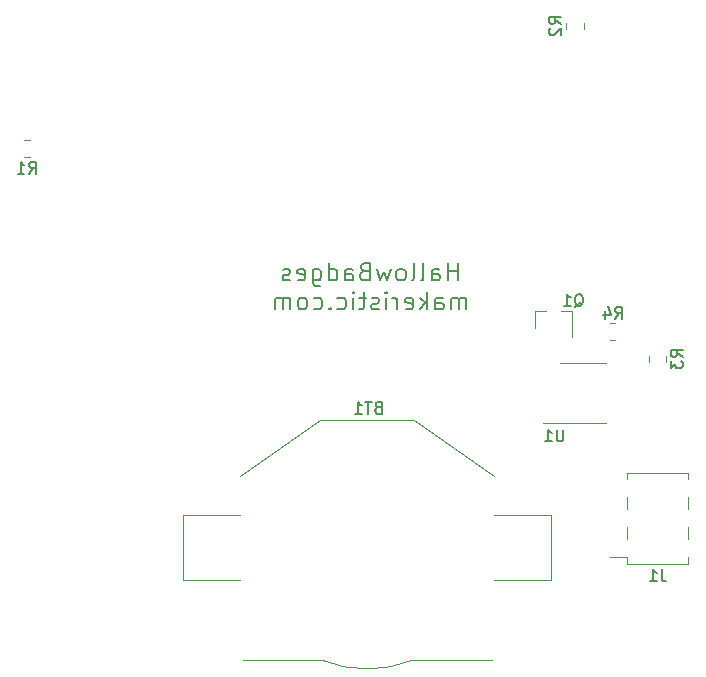
<source format=gbr>
%TF.GenerationSoftware,KiCad,Pcbnew,(5.1.7-0-10_14)*%
%TF.CreationDate,2020-10-21T09:08:44+08:00*%
%TF.ProjectId,HallowBadges,48616c6c-6f77-4426-9164-6765732e6b69,rev?*%
%TF.SameCoordinates,Original*%
%TF.FileFunction,Legend,Bot*%
%TF.FilePolarity,Positive*%
%FSLAX46Y46*%
G04 Gerber Fmt 4.6, Leading zero omitted, Abs format (unit mm)*
G04 Created by KiCad (PCBNEW (5.1.7-0-10_14)) date 2020-10-21 09:08:44*
%MOMM*%
%LPD*%
G01*
G04 APERTURE LIST*
%ADD10C,0.200000*%
%ADD11C,0.120000*%
%ADD12C,0.150000*%
G04 APERTURE END LIST*
D10*
X151292857Y-106953571D02*
X151292857Y-105453571D01*
X151292857Y-106167857D02*
X150435714Y-106167857D01*
X150435714Y-106953571D02*
X150435714Y-105453571D01*
X149078571Y-106953571D02*
X149078571Y-106167857D01*
X149150000Y-106025000D01*
X149292857Y-105953571D01*
X149578571Y-105953571D01*
X149721428Y-106025000D01*
X149078571Y-106882142D02*
X149221428Y-106953571D01*
X149578571Y-106953571D01*
X149721428Y-106882142D01*
X149792857Y-106739285D01*
X149792857Y-106596428D01*
X149721428Y-106453571D01*
X149578571Y-106382142D01*
X149221428Y-106382142D01*
X149078571Y-106310714D01*
X148150000Y-106953571D02*
X148292857Y-106882142D01*
X148364285Y-106739285D01*
X148364285Y-105453571D01*
X147364285Y-106953571D02*
X147507142Y-106882142D01*
X147578571Y-106739285D01*
X147578571Y-105453571D01*
X146578571Y-106953571D02*
X146721428Y-106882142D01*
X146792857Y-106810714D01*
X146864285Y-106667857D01*
X146864285Y-106239285D01*
X146792857Y-106096428D01*
X146721428Y-106025000D01*
X146578571Y-105953571D01*
X146364285Y-105953571D01*
X146221428Y-106025000D01*
X146150000Y-106096428D01*
X146078571Y-106239285D01*
X146078571Y-106667857D01*
X146150000Y-106810714D01*
X146221428Y-106882142D01*
X146364285Y-106953571D01*
X146578571Y-106953571D01*
X145578571Y-105953571D02*
X145292857Y-106953571D01*
X145007142Y-106239285D01*
X144721428Y-106953571D01*
X144435714Y-105953571D01*
X143364285Y-106167857D02*
X143150000Y-106239285D01*
X143078571Y-106310714D01*
X143007142Y-106453571D01*
X143007142Y-106667857D01*
X143078571Y-106810714D01*
X143150000Y-106882142D01*
X143292857Y-106953571D01*
X143864285Y-106953571D01*
X143864285Y-105453571D01*
X143364285Y-105453571D01*
X143221428Y-105525000D01*
X143150000Y-105596428D01*
X143078571Y-105739285D01*
X143078571Y-105882142D01*
X143150000Y-106025000D01*
X143221428Y-106096428D01*
X143364285Y-106167857D01*
X143864285Y-106167857D01*
X141721428Y-106953571D02*
X141721428Y-106167857D01*
X141792857Y-106025000D01*
X141935714Y-105953571D01*
X142221428Y-105953571D01*
X142364285Y-106025000D01*
X141721428Y-106882142D02*
X141864285Y-106953571D01*
X142221428Y-106953571D01*
X142364285Y-106882142D01*
X142435714Y-106739285D01*
X142435714Y-106596428D01*
X142364285Y-106453571D01*
X142221428Y-106382142D01*
X141864285Y-106382142D01*
X141721428Y-106310714D01*
X140364285Y-106953571D02*
X140364285Y-105453571D01*
X140364285Y-106882142D02*
X140507142Y-106953571D01*
X140792857Y-106953571D01*
X140935714Y-106882142D01*
X141007142Y-106810714D01*
X141078571Y-106667857D01*
X141078571Y-106239285D01*
X141007142Y-106096428D01*
X140935714Y-106025000D01*
X140792857Y-105953571D01*
X140507142Y-105953571D01*
X140364285Y-106025000D01*
X139007142Y-105953571D02*
X139007142Y-107167857D01*
X139078571Y-107310714D01*
X139150000Y-107382142D01*
X139292857Y-107453571D01*
X139507142Y-107453571D01*
X139650000Y-107382142D01*
X139007142Y-106882142D02*
X139150000Y-106953571D01*
X139435714Y-106953571D01*
X139578571Y-106882142D01*
X139650000Y-106810714D01*
X139721428Y-106667857D01*
X139721428Y-106239285D01*
X139650000Y-106096428D01*
X139578571Y-106025000D01*
X139435714Y-105953571D01*
X139150000Y-105953571D01*
X139007142Y-106025000D01*
X137721428Y-106882142D02*
X137864285Y-106953571D01*
X138150000Y-106953571D01*
X138292857Y-106882142D01*
X138364285Y-106739285D01*
X138364285Y-106167857D01*
X138292857Y-106025000D01*
X138150000Y-105953571D01*
X137864285Y-105953571D01*
X137721428Y-106025000D01*
X137650000Y-106167857D01*
X137650000Y-106310714D01*
X138364285Y-106453571D01*
X137078571Y-106882142D02*
X136935714Y-106953571D01*
X136650000Y-106953571D01*
X136507142Y-106882142D01*
X136435714Y-106739285D01*
X136435714Y-106667857D01*
X136507142Y-106525000D01*
X136650000Y-106453571D01*
X136864285Y-106453571D01*
X137007142Y-106382142D01*
X137078571Y-106239285D01*
X137078571Y-106167857D01*
X137007142Y-106025000D01*
X136864285Y-105953571D01*
X136650000Y-105953571D01*
X136507142Y-106025000D01*
X152007142Y-109403571D02*
X152007142Y-108403571D01*
X152007142Y-108546428D02*
X151935714Y-108475000D01*
X151792857Y-108403571D01*
X151578571Y-108403571D01*
X151435714Y-108475000D01*
X151364285Y-108617857D01*
X151364285Y-109403571D01*
X151364285Y-108617857D02*
X151292857Y-108475000D01*
X151150000Y-108403571D01*
X150935714Y-108403571D01*
X150792857Y-108475000D01*
X150721428Y-108617857D01*
X150721428Y-109403571D01*
X149364285Y-109403571D02*
X149364285Y-108617857D01*
X149435714Y-108475000D01*
X149578571Y-108403571D01*
X149864285Y-108403571D01*
X150007142Y-108475000D01*
X149364285Y-109332142D02*
X149507142Y-109403571D01*
X149864285Y-109403571D01*
X150007142Y-109332142D01*
X150078571Y-109189285D01*
X150078571Y-109046428D01*
X150007142Y-108903571D01*
X149864285Y-108832142D01*
X149507142Y-108832142D01*
X149364285Y-108760714D01*
X148650000Y-109403571D02*
X148650000Y-107903571D01*
X148507142Y-108832142D02*
X148078571Y-109403571D01*
X148078571Y-108403571D02*
X148650000Y-108975000D01*
X146864285Y-109332142D02*
X147007142Y-109403571D01*
X147292857Y-109403571D01*
X147435714Y-109332142D01*
X147507142Y-109189285D01*
X147507142Y-108617857D01*
X147435714Y-108475000D01*
X147292857Y-108403571D01*
X147007142Y-108403571D01*
X146864285Y-108475000D01*
X146792857Y-108617857D01*
X146792857Y-108760714D01*
X147507142Y-108903571D01*
X146150000Y-109403571D02*
X146150000Y-108403571D01*
X146150000Y-108689285D02*
X146078571Y-108546428D01*
X146007142Y-108475000D01*
X145864285Y-108403571D01*
X145721428Y-108403571D01*
X145221428Y-109403571D02*
X145221428Y-108403571D01*
X145221428Y-107903571D02*
X145292857Y-107975000D01*
X145221428Y-108046428D01*
X145150000Y-107975000D01*
X145221428Y-107903571D01*
X145221428Y-108046428D01*
X144578571Y-109332142D02*
X144435714Y-109403571D01*
X144150000Y-109403571D01*
X144007142Y-109332142D01*
X143935714Y-109189285D01*
X143935714Y-109117857D01*
X144007142Y-108975000D01*
X144150000Y-108903571D01*
X144364285Y-108903571D01*
X144507142Y-108832142D01*
X144578571Y-108689285D01*
X144578571Y-108617857D01*
X144507142Y-108475000D01*
X144364285Y-108403571D01*
X144150000Y-108403571D01*
X144007142Y-108475000D01*
X143507142Y-108403571D02*
X142935714Y-108403571D01*
X143292857Y-107903571D02*
X143292857Y-109189285D01*
X143221428Y-109332142D01*
X143078571Y-109403571D01*
X142935714Y-109403571D01*
X142435714Y-109403571D02*
X142435714Y-108403571D01*
X142435714Y-107903571D02*
X142507142Y-107975000D01*
X142435714Y-108046428D01*
X142364285Y-107975000D01*
X142435714Y-107903571D01*
X142435714Y-108046428D01*
X141078571Y-109332142D02*
X141221428Y-109403571D01*
X141507142Y-109403571D01*
X141650000Y-109332142D01*
X141721428Y-109260714D01*
X141792857Y-109117857D01*
X141792857Y-108689285D01*
X141721428Y-108546428D01*
X141650000Y-108475000D01*
X141507142Y-108403571D01*
X141221428Y-108403571D01*
X141078571Y-108475000D01*
X140435714Y-109260714D02*
X140364285Y-109332142D01*
X140435714Y-109403571D01*
X140507142Y-109332142D01*
X140435714Y-109260714D01*
X140435714Y-109403571D01*
X139078571Y-109332142D02*
X139221428Y-109403571D01*
X139507142Y-109403571D01*
X139650000Y-109332142D01*
X139721428Y-109260714D01*
X139792857Y-109117857D01*
X139792857Y-108689285D01*
X139721428Y-108546428D01*
X139650000Y-108475000D01*
X139507142Y-108403571D01*
X139221428Y-108403571D01*
X139078571Y-108475000D01*
X138221428Y-109403571D02*
X138364285Y-109332142D01*
X138435714Y-109260714D01*
X138507142Y-109117857D01*
X138507142Y-108689285D01*
X138435714Y-108546428D01*
X138364285Y-108475000D01*
X138221428Y-108403571D01*
X138007142Y-108403571D01*
X137864285Y-108475000D01*
X137792857Y-108546428D01*
X137721428Y-108689285D01*
X137721428Y-109117857D01*
X137792857Y-109260714D01*
X137864285Y-109332142D01*
X138007142Y-109403571D01*
X138221428Y-109403571D01*
X137078571Y-109403571D02*
X137078571Y-108403571D01*
X137078571Y-108546428D02*
X137007142Y-108475000D01*
X136864285Y-108403571D01*
X136650000Y-108403571D01*
X136507142Y-108475000D01*
X136435714Y-108617857D01*
X136435714Y-109403571D01*
X136435714Y-108617857D02*
X136364285Y-108475000D01*
X136221428Y-108403571D01*
X136007142Y-108403571D01*
X135864285Y-108475000D01*
X135792857Y-108617857D01*
X135792857Y-109403571D01*
D11*
%TO.C,R1*%
X114572936Y-95065000D02*
X115027064Y-95065000D01*
X114572936Y-96535000D02*
X115027064Y-96535000D01*
%TO.C,BT1*%
X132800000Y-123550000D02*
X139650000Y-118750000D01*
X139650000Y-118750000D02*
X147550000Y-118750000D01*
X147550000Y-118750000D02*
X154350000Y-123550000D01*
X133050000Y-139100000D02*
X139750000Y-139100000D01*
X154150000Y-139100000D02*
X147450000Y-139100000D01*
X132850000Y-132350000D02*
X128050000Y-132350000D01*
X128050000Y-132350000D02*
X128050000Y-126850000D01*
X128050000Y-126850000D02*
X132850000Y-126850000D01*
X154350000Y-126850000D02*
X159150000Y-126850000D01*
X159150000Y-126850000D02*
X159150000Y-132350000D01*
X159150000Y-132350000D02*
X154350000Y-132350000D01*
X139753615Y-139101464D02*
G75*
G03*
X147450000Y-139100000I3846385J9501464D01*
G01*
%TO.C,J1*%
X170800000Y-126340000D02*
X170800000Y-125320000D01*
X165600000Y-126340000D02*
X165600000Y-125320000D01*
X170800000Y-128880000D02*
X170800000Y-127860000D01*
X165600000Y-128880000D02*
X165600000Y-127860000D01*
X170800000Y-123800000D02*
X170800000Y-123230000D01*
X165600000Y-123800000D02*
X165600000Y-123230000D01*
X170800000Y-130970000D02*
X170800000Y-130400000D01*
X165600000Y-130970000D02*
X165600000Y-130400000D01*
X164160000Y-130400000D02*
X165600000Y-130400000D01*
X165600000Y-123230000D02*
X170800000Y-123230000D01*
X165600000Y-130970000D02*
X170800000Y-130970000D01*
%TO.C,Q1*%
X157820000Y-109540000D02*
X157820000Y-111000000D01*
X160980000Y-109540000D02*
X160980000Y-111700000D01*
X160980000Y-109540000D02*
X160050000Y-109540000D01*
X157820000Y-109540000D02*
X158750000Y-109540000D01*
%TO.C,R2*%
X160465000Y-85172936D02*
X160465000Y-85627064D01*
X161935000Y-85172936D02*
X161935000Y-85627064D01*
%TO.C,R3*%
X168935000Y-113372936D02*
X168935000Y-113827064D01*
X167465000Y-113372936D02*
X167465000Y-113827064D01*
%TO.C,R4*%
X164172936Y-112035000D02*
X164627064Y-112035000D01*
X164172936Y-110565000D02*
X164627064Y-110565000D01*
%TO.C,U1*%
X161900000Y-119060000D02*
X158450000Y-119060000D01*
X161900000Y-119060000D02*
X163850000Y-119060000D01*
X161900000Y-113940000D02*
X159950000Y-113940000D01*
X161900000Y-113940000D02*
X163850000Y-113940000D01*
%TO.C,R1*%
D12*
X114966666Y-97902380D02*
X115300000Y-97426190D01*
X115538095Y-97902380D02*
X115538095Y-96902380D01*
X115157142Y-96902380D01*
X115061904Y-96950000D01*
X115014285Y-96997619D01*
X114966666Y-97092857D01*
X114966666Y-97235714D01*
X115014285Y-97330952D01*
X115061904Y-97378571D01*
X115157142Y-97426190D01*
X115538095Y-97426190D01*
X114014285Y-97902380D02*
X114585714Y-97902380D01*
X114300000Y-97902380D02*
X114300000Y-96902380D01*
X114395238Y-97045238D01*
X114490476Y-97140476D01*
X114585714Y-97188095D01*
%TO.C,BT1*%
X144513664Y-117699290D02*
X144370807Y-117746909D01*
X144323188Y-117794528D01*
X144275569Y-117889766D01*
X144275569Y-118032623D01*
X144323188Y-118127861D01*
X144370807Y-118175480D01*
X144466045Y-118223099D01*
X144846997Y-118223099D01*
X144846997Y-117223099D01*
X144513664Y-117223099D01*
X144418426Y-117270719D01*
X144370807Y-117318338D01*
X144323188Y-117413576D01*
X144323188Y-117508814D01*
X144370807Y-117604052D01*
X144418426Y-117651671D01*
X144513664Y-117699290D01*
X144846997Y-117699290D01*
X143989854Y-117223099D02*
X143418426Y-117223099D01*
X143704140Y-118223099D02*
X143704140Y-117223099D01*
X142561283Y-118223099D02*
X143132711Y-118223099D01*
X142846997Y-118223099D02*
X142846997Y-117223099D01*
X142942235Y-117365957D01*
X143037473Y-117461195D01*
X143132711Y-117508814D01*
%TO.C,J1*%
X168533333Y-131422380D02*
X168533333Y-132136666D01*
X168580952Y-132279523D01*
X168676190Y-132374761D01*
X168819047Y-132422380D01*
X168914285Y-132422380D01*
X167533333Y-132422380D02*
X168104761Y-132422380D01*
X167819047Y-132422380D02*
X167819047Y-131422380D01*
X167914285Y-131565238D01*
X168009523Y-131660476D01*
X168104761Y-131708095D01*
%TO.C,Q1*%
X161158938Y-109196619D02*
X161254176Y-109149000D01*
X161349414Y-109053761D01*
X161492271Y-108910904D01*
X161587509Y-108863285D01*
X161682747Y-108863285D01*
X161635128Y-109101380D02*
X161730366Y-109053761D01*
X161825604Y-108958523D01*
X161873223Y-108768047D01*
X161873223Y-108434714D01*
X161825604Y-108244238D01*
X161730366Y-108149000D01*
X161635128Y-108101380D01*
X161444652Y-108101380D01*
X161349414Y-108149000D01*
X161254176Y-108244238D01*
X161206557Y-108434714D01*
X161206557Y-108768047D01*
X161254176Y-108958523D01*
X161349414Y-109053761D01*
X161444652Y-109101380D01*
X161635128Y-109101380D01*
X160254176Y-109101380D02*
X160825604Y-109101380D01*
X160539890Y-109101380D02*
X160539890Y-108101380D01*
X160635128Y-108244238D01*
X160730366Y-108339476D01*
X160825604Y-108387095D01*
%TO.C,R2*%
X160002380Y-85233333D02*
X159526190Y-84900000D01*
X160002380Y-84661904D02*
X159002380Y-84661904D01*
X159002380Y-85042857D01*
X159050000Y-85138095D01*
X159097619Y-85185714D01*
X159192857Y-85233333D01*
X159335714Y-85233333D01*
X159430952Y-85185714D01*
X159478571Y-85138095D01*
X159526190Y-85042857D01*
X159526190Y-84661904D01*
X159097619Y-85614285D02*
X159050000Y-85661904D01*
X159002380Y-85757142D01*
X159002380Y-85995238D01*
X159050000Y-86090476D01*
X159097619Y-86138095D01*
X159192857Y-86185714D01*
X159288095Y-86185714D01*
X159430952Y-86138095D01*
X160002380Y-85566666D01*
X160002380Y-86185714D01*
%TO.C,R3*%
X170303380Y-113433333D02*
X169827190Y-113100000D01*
X170303380Y-112861904D02*
X169303380Y-112861904D01*
X169303380Y-113242857D01*
X169351000Y-113338095D01*
X169398619Y-113385714D01*
X169493857Y-113433333D01*
X169636714Y-113433333D01*
X169731952Y-113385714D01*
X169779571Y-113338095D01*
X169827190Y-113242857D01*
X169827190Y-112861904D01*
X169303380Y-113766666D02*
X169303380Y-114385714D01*
X169684333Y-114052380D01*
X169684333Y-114195238D01*
X169731952Y-114290476D01*
X169779571Y-114338095D01*
X169874809Y-114385714D01*
X170112904Y-114385714D01*
X170208142Y-114338095D01*
X170255761Y-114290476D01*
X170303380Y-114195238D01*
X170303380Y-113909523D01*
X170255761Y-113814285D01*
X170208142Y-113766666D01*
%TO.C,R4*%
X164604766Y-110177580D02*
X164938100Y-109701390D01*
X165176195Y-110177580D02*
X165176195Y-109177580D01*
X164795242Y-109177580D01*
X164700004Y-109225200D01*
X164652385Y-109272819D01*
X164604766Y-109368057D01*
X164604766Y-109510914D01*
X164652385Y-109606152D01*
X164700004Y-109653771D01*
X164795242Y-109701390D01*
X165176195Y-109701390D01*
X163747623Y-109510914D02*
X163747623Y-110177580D01*
X163985719Y-109129961D02*
X164223814Y-109844247D01*
X163604766Y-109844247D01*
%TO.C,U1*%
X160210804Y-119571880D02*
X160210804Y-120381404D01*
X160163185Y-120476642D01*
X160115566Y-120524261D01*
X160020328Y-120571880D01*
X159829852Y-120571880D01*
X159734614Y-120524261D01*
X159686995Y-120476642D01*
X159639376Y-120381404D01*
X159639376Y-119571880D01*
X158639376Y-120571880D02*
X159210804Y-120571880D01*
X158925090Y-120571880D02*
X158925090Y-119571880D01*
X159020328Y-119714738D01*
X159115566Y-119809976D01*
X159210804Y-119857595D01*
%TD*%
M02*

</source>
